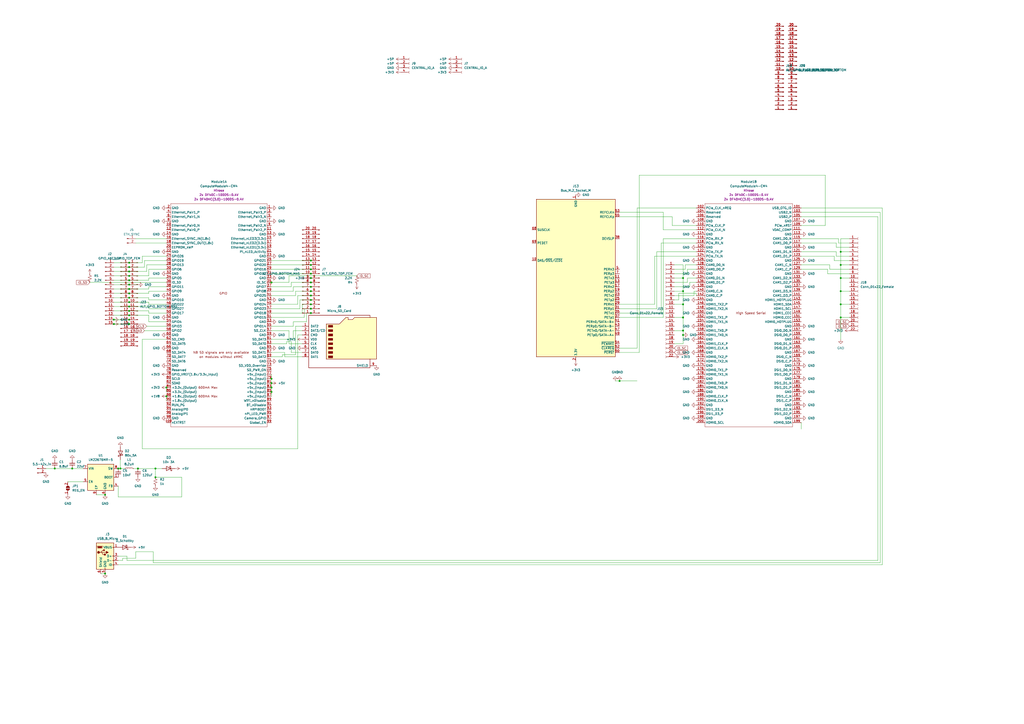
<source format=kicad_sch>
(kicad_sch (version 20210621) (generator eeschema)
  (paper "A2")
  (junction (at 31.75 271.78) (diameter 0.9144))
  (junction (at 41.91 271.78) (diameter 0.9144))
  (junction (at 60.96 287.02) (diameter 0.9144))
  (junction (at 60.96 332.74) (diameter 0.9144))
  (junction (at 66.04 185.42) (diameter 0.9144))
  (junction (at 66.04 187.96) (diameter 0.9144))
  (junction (at 68.58 271.78) (diameter 0.9144))
  (junction (at 69.85 271.78) (diameter 0.9144))
  (junction (at 74.93 152.4) (diameter 0.9144))
  (junction (at 74.93 154.94) (diameter 0.9144))
  (junction (at 74.93 157.48) (diameter 0.9144))
  (junction (at 74.93 160.02) (diameter 0.9144))
  (junction (at 74.93 162.56) (diameter 0.9144))
  (junction (at 74.93 165.1) (diameter 0.9144))
  (junction (at 74.93 167.64) (diameter 0.9144))
  (junction (at 74.93 170.18) (diameter 0.9144))
  (junction (at 74.93 172.72) (diameter 0.9144))
  (junction (at 74.93 175.26) (diameter 0.9144))
  (junction (at 74.93 177.8) (diameter 0.9144))
  (junction (at 74.93 180.34) (diameter 0.9144))
  (junction (at 74.93 182.88) (diameter 0.9144))
  (junction (at 74.93 185.42) (diameter 0.9144))
  (junction (at 74.93 187.96) (diameter 0.9144))
  (junction (at 80.01 271.78) (diameter 0.9144))
  (junction (at 90.17 271.78) (diameter 0.9144))
  (junction (at 90.17 276.86) (diameter 0.9144))
  (junction (at 96.52 224.79) (diameter 0.9144))
  (junction (at 96.52 229.87) (diameter 0.9144))
  (junction (at 157.48 163.83) (diameter 0.9144))
  (junction (at 157.48 219.71) (diameter 0.9144))
  (junction (at 157.48 222.25) (diameter 0.9144))
  (junction (at 157.48 224.79) (diameter 0.9144))
  (junction (at 157.48 227.33) (diameter 0.9144))
  (junction (at 180.34 151.13) (diameter 0.9144))
  (junction (at 180.34 153.67) (diameter 0.9144))
  (junction (at 180.34 156.21) (diameter 0.9144))
  (junction (at 180.34 158.75) (diameter 0.9144))
  (junction (at 180.34 161.29) (diameter 0.9144))
  (junction (at 180.34 163.83) (diameter 0.9144))
  (junction (at 180.34 166.37) (diameter 0.9144))
  (junction (at 180.34 168.91) (diameter 0.9144))
  (junction (at 180.34 171.45) (diameter 0.9144))
  (junction (at 180.34 173.99) (diameter 0.9144))
  (junction (at 180.34 176.53) (diameter 0.9144))
  (junction (at 180.34 179.07) (diameter 0.9144))
  (junction (at 180.34 181.61) (diameter 0.9144))
  (junction (at 359.41 220.98) (diameter 0.9144))
  (junction (at 396.24 161.29) (diameter 0.9144))
  (junction (at 396.24 168.91) (diameter 0.9144))
  (junction (at 396.24 176.53) (diameter 0.9144))
  (junction (at 396.24 184.15) (diameter 0.9144))
  (junction (at 396.24 191.77) (diameter 0.9144))
  (junction (at 396.24 194.31) (diameter 0.9144))
  (junction (at 487.68 146.05) (diameter 0.9144))
  (junction (at 487.68 153.67) (diameter 0.9144))
  (junction (at 487.68 161.29) (diameter 0.9144))
  (junction (at 487.68 168.91) (diameter 0.9144))
  (junction (at 487.68 176.53) (diameter 0.9144))
  (junction (at 487.68 184.15) (diameter 0.9144))
  (wire (pts (xy 26.67 271.78) (xy 31.75 271.78)))
  (wire (pts (xy 31.75 271.78) (xy 41.91 271.78)))
  (wire (pts (xy 39.37 279.4) (xy 48.26 279.4)))
  (wire (pts (xy 41.91 271.78) (xy 48.26 271.78)))
  (wire (pts (xy 52.07 163.83) (xy 96.52 163.83)))
  (wire (pts (xy 55.88 287.02) (xy 60.96 287.02)))
  (wire (pts (xy 58.42 332.74) (xy 60.96 332.74)))
  (wire (pts (xy 66.04 152.4) (xy 74.93 152.4)))
  (wire (pts (xy 66.04 154.94) (xy 74.93 154.94)))
  (wire (pts (xy 66.04 157.48) (xy 74.93 157.48)))
  (wire (pts (xy 66.04 160.02) (xy 74.93 160.02)))
  (wire (pts (xy 66.04 162.56) (xy 74.93 162.56)))
  (wire (pts (xy 66.04 165.1) (xy 74.93 165.1)))
  (wire (pts (xy 66.04 167.64) (xy 74.93 167.64)))
  (wire (pts (xy 66.04 170.18) (xy 74.93 170.18)))
  (wire (pts (xy 66.04 172.72) (xy 74.93 172.72)))
  (wire (pts (xy 66.04 175.26) (xy 74.93 175.26)))
  (wire (pts (xy 66.04 177.8) (xy 74.93 177.8)))
  (wire (pts (xy 66.04 180.34) (xy 74.93 180.34)))
  (wire (pts (xy 66.04 182.88) (xy 74.93 182.88)))
  (wire (pts (xy 66.04 185.42) (xy 74.93 185.42)))
  (wire (pts (xy 66.04 187.96) (xy 74.93 187.96)))
  (wire (pts (xy 68.58 271.78) (xy 69.85 271.78)))
  (wire (pts (xy 68.58 288.29) (xy 68.58 281.94)))
  (wire (pts (xy 68.58 327.66) (xy 511.81 327.66)))
  (wire (pts (xy 69.85 266.7) (xy 69.85 271.78)))
  (wire (pts (xy 69.85 271.78) (xy 72.39 271.78)))
  (wire (pts (xy 71.12 323.85) (xy 71.12 325.12)))
  (wire (pts (xy 71.12 325.12) (xy 68.58 325.12)))
  (wire (pts (xy 73.66 322.58) (xy 68.58 322.58)))
  (wire (pts (xy 73.66 325.12) (xy 73.66 322.58)))
  (wire (pts (xy 73.66 325.12) (xy 509.27 325.12)))
  (wire (pts (xy 74.93 152.4) (xy 82.55 152.4)))
  (wire (pts (xy 74.93 154.94) (xy 83.82 154.94)))
  (wire (pts (xy 74.93 157.48) (xy 85.09 157.48)))
  (wire (pts (xy 74.93 160.02) (xy 86.36 160.02)))
  (wire (pts (xy 74.93 162.56) (xy 86.36 162.56)))
  (wire (pts (xy 74.93 165.1) (xy 80.01 165.1)))
  (wire (pts (xy 74.93 167.64) (xy 86.36 167.64)))
  (wire (pts (xy 74.93 170.18) (xy 86.36 170.18)))
  (wire (pts (xy 74.93 172.72) (xy 86.36 172.72)))
  (wire (pts (xy 74.93 175.26) (xy 86.36 175.26)))
  (wire (pts (xy 74.93 177.8) (xy 86.36 177.8)))
  (wire (pts (xy 74.93 180.34) (xy 86.36 180.34)))
  (wire (pts (xy 74.93 182.88) (xy 86.36 182.88)))
  (wire (pts (xy 77.47 271.78) (xy 80.01 271.78)))
  (wire (pts (xy 78.74 138.43) (xy 96.52 138.43)))
  (wire (pts (xy 78.74 140.97) (xy 96.52 140.97)))
  (wire (pts (xy 78.74 320.04) (xy 78.74 323.85)))
  (wire (pts (xy 78.74 320.04) (xy 88.9 320.04)))
  (wire (pts (xy 78.74 323.85) (xy 71.12 323.85)))
  (wire (pts (xy 80.01 271.78) (xy 90.17 271.78)))
  (wire (pts (xy 82.55 148.59) (xy 96.52 148.59)))
  (wire (pts (xy 82.55 152.4) (xy 82.55 148.59)))
  (wire (pts (xy 82.55 196.85) (xy 82.55 260.35)))
  (wire (pts (xy 82.55 260.35) (xy 172.72 260.35)))
  (wire (pts (xy 83.82 151.13) (xy 96.52 151.13)))
  (wire (pts (xy 83.82 154.94) (xy 83.82 151.13)))
  (wire (pts (xy 83.82 191.77) (xy 96.52 191.77)))
  (wire (pts (xy 85.09 153.67) (xy 96.52 153.67)))
  (wire (pts (xy 85.09 157.48) (xy 85.09 153.67)))
  (wire (pts (xy 85.09 189.23) (xy 96.52 189.23)))
  (wire (pts (xy 86.36 156.21) (xy 96.52 156.21)))
  (wire (pts (xy 86.36 160.02) (xy 86.36 156.21)))
  (wire (pts (xy 86.36 161.29) (xy 96.52 161.29)))
  (wire (pts (xy 86.36 162.56) (xy 86.36 161.29)))
  (wire (pts (xy 86.36 166.37) (xy 96.52 166.37)))
  (wire (pts (xy 86.36 167.64) (xy 86.36 166.37)))
  (wire (pts (xy 86.36 168.91) (xy 96.52 168.91)))
  (wire (pts (xy 86.36 170.18) (xy 86.36 168.91)))
  (wire (pts (xy 86.36 172.72) (xy 86.36 173.99)))
  (wire (pts (xy 86.36 173.99) (xy 96.52 173.99)))
  (wire (pts (xy 86.36 175.26) (xy 86.36 176.53)))
  (wire (pts (xy 86.36 176.53) (xy 96.52 176.53)))
  (wire (pts (xy 86.36 177.8) (xy 86.36 179.07)))
  (wire (pts (xy 86.36 179.07) (xy 96.52 179.07)))
  (wire (pts (xy 86.36 180.34) (xy 86.36 181.61)))
  (wire (pts (xy 86.36 181.61) (xy 96.52 181.61)))
  (wire (pts (xy 86.36 182.88) (xy 86.36 186.69)))
  (wire (pts (xy 86.36 186.69) (xy 96.52 186.69)))
  (wire (pts (xy 88.9 326.39) (xy 88.9 320.04)))
  (wire (pts (xy 90.17 271.78) (xy 90.17 276.86)))
  (wire (pts (xy 90.17 271.78) (xy 93.98 271.78)))
  (wire (pts (xy 90.17 276.86) (xy 105.41 276.86)))
  (wire (pts (xy 96.52 196.85) (xy 82.55 196.85)))
  (wire (pts (xy 96.52 224.79) (xy 96.52 227.33)))
  (wire (pts (xy 96.52 229.87) (xy 96.52 232.41)))
  (wire (pts (xy 105.41 276.86) (xy 105.41 288.29)))
  (wire (pts (xy 105.41 288.29) (xy 68.58 288.29)))
  (wire (pts (xy 156.21 163.83) (xy 157.48 163.83)))
  (wire (pts (xy 157.48 151.13) (xy 180.34 151.13)))
  (wire (pts (xy 157.48 153.67) (xy 180.34 153.67)))
  (wire (pts (xy 157.48 156.21) (xy 180.34 156.21)))
  (wire (pts (xy 157.48 158.75) (xy 180.34 158.75)))
  (wire (pts (xy 157.48 163.83) (xy 167.64 163.83)))
  (wire (pts (xy 157.48 166.37) (xy 168.91 166.37)))
  (wire (pts (xy 157.48 168.91) (xy 170.18 168.91)))
  (wire (pts (xy 157.48 171.45) (xy 171.45 171.45)))
  (wire (pts (xy 157.48 176.53) (xy 172.72 176.53)))
  (wire (pts (xy 157.48 179.07) (xy 173.99 179.07)))
  (wire (pts (xy 157.48 181.61) (xy 175.26 181.61)))
  (wire (pts (xy 157.48 189.23) (xy 170.18 189.23)))
  (wire (pts (xy 157.48 191.77) (xy 167.64 191.77)))
  (wire (pts (xy 157.48 196.85) (xy 170.18 196.85)))
  (wire (pts (xy 157.48 199.39) (xy 166.37 199.39)))
  (wire (pts (xy 157.48 204.47) (xy 165.1 204.47)))
  (wire (pts (xy 157.48 207.01) (xy 163.83 207.01)))
  (wire (pts (xy 157.48 217.17) (xy 157.48 219.71)))
  (wire (pts (xy 157.48 219.71) (xy 157.48 222.25)))
  (wire (pts (xy 157.48 222.25) (xy 157.48 224.79)))
  (wire (pts (xy 157.48 224.79) (xy 157.48 227.33)))
  (wire (pts (xy 157.48 227.33) (xy 157.48 229.87)))
  (wire (pts (xy 163.83 205.74) (xy 171.45 205.74)))
  (wire (pts (xy 163.83 207.01) (xy 163.83 205.74)))
  (wire (pts (xy 165.1 204.47) (xy 165.1 207.01)))
  (wire (pts (xy 165.1 207.01) (xy 175.26 207.01)))
  (wire (pts (xy 166.37 198.12) (xy 168.91 198.12)))
  (wire (pts (xy 166.37 199.39) (xy 166.37 198.12)))
  (wire (pts (xy 167.64 160.02) (xy 207.01 160.02)))
  (wire (pts (xy 167.64 163.83) (xy 167.64 160.02)))
  (wire (pts (xy 167.64 191.77) (xy 167.64 199.39)))
  (wire (pts (xy 167.64 199.39) (xy 175.26 199.39)))
  (wire (pts (xy 168.91 163.83) (xy 180.34 163.83)))
  (wire (pts (xy 168.91 166.37) (xy 168.91 163.83)))
  (wire (pts (xy 168.91 198.12) (xy 168.91 204.47)))
  (wire (pts (xy 168.91 204.47) (xy 175.26 204.47)))
  (wire (pts (xy 170.18 166.37) (xy 180.34 166.37)))
  (wire (pts (xy 170.18 168.91) (xy 170.18 166.37)))
  (wire (pts (xy 170.18 186.69) (xy 177.8 186.69)))
  (wire (pts (xy 170.18 189.23) (xy 170.18 186.69)))
  (wire (pts (xy 170.18 191.77) (xy 175.26 191.77)))
  (wire (pts (xy 170.18 196.85) (xy 170.18 191.77)))
  (wire (pts (xy 171.45 168.91) (xy 171.45 171.45)))
  (wire (pts (xy 171.45 168.91) (xy 180.34 168.91)))
  (wire (pts (xy 171.45 189.23) (xy 175.26 189.23)))
  (wire (pts (xy 171.45 205.74) (xy 171.45 189.23)))
  (wire (pts (xy 172.72 171.45) (xy 180.34 171.45)))
  (wire (pts (xy 172.72 176.53) (xy 172.72 171.45)))
  (wire (pts (xy 172.72 194.31) (xy 175.26 194.31)))
  (wire (pts (xy 172.72 260.35) (xy 172.72 194.31)))
  (wire (pts (xy 173.99 173.99) (xy 180.34 173.99)))
  (wire (pts (xy 173.99 179.07) (xy 173.99 173.99)))
  (wire (pts (xy 175.26 176.53) (xy 180.34 176.53)))
  (wire (pts (xy 175.26 181.61) (xy 175.26 176.53)))
  (wire (pts (xy 176.53 179.07) (xy 176.53 184.15)))
  (wire (pts (xy 176.53 184.15) (xy 157.48 184.15)))
  (wire (pts (xy 177.8 181.61) (xy 180.34 181.61)))
  (wire (pts (xy 177.8 186.69) (xy 177.8 181.61)))
  (wire (pts (xy 180.34 179.07) (xy 176.53 179.07)))
  (wire (pts (xy 356.87 220.98) (xy 359.41 220.98)))
  (wire (pts (xy 359.41 125.73) (xy 389.89 125.73)))
  (wire (pts (xy 359.41 176.53) (xy 379.73 176.53)))
  (wire (pts (xy 359.41 179.07) (xy 381 179.07)))
  (wire (pts (xy 359.41 181.61) (xy 383.54 181.61)))
  (wire (pts (xy 359.41 184.15) (xy 384.81 184.15)))
  (wire (pts (xy 359.41 201.93) (xy 369.57 201.93)))
  (wire (pts (xy 359.41 204.47) (xy 370.84 204.47)))
  (wire (pts (xy 359.41 220.98) (xy 369.57 220.98)))
  (wire (pts (xy 369.57 120.65) (xy 403.86 120.65)))
  (wire (pts (xy 369.57 201.93) (xy 369.57 120.65)))
  (wire (pts (xy 370.84 101.6) (xy 478.79 101.6)))
  (wire (pts (xy 370.84 204.47) (xy 370.84 101.6)))
  (wire (pts (xy 379.73 148.59) (xy 403.86 148.59)))
  (wire (pts (xy 379.73 176.53) (xy 379.73 148.59)))
  (wire (pts (xy 381 146.05) (xy 403.86 146.05)))
  (wire (pts (xy 381 179.07) (xy 381 146.05)))
  (wire (pts (xy 383.54 140.97) (xy 403.86 140.97)))
  (wire (pts (xy 383.54 181.61) (xy 383.54 140.97)))
  (wire (pts (xy 384.81 123.19) (xy 359.41 123.19)))
  (wire (pts (xy 384.81 133.35) (xy 384.81 123.19)))
  (wire (pts (xy 384.81 138.43) (xy 403.86 138.43)))
  (wire (pts (xy 384.81 184.15) (xy 384.81 138.43)))
  (wire (pts (xy 389.89 125.73) (xy 389.89 130.81)))
  (wire (pts (xy 389.89 130.81) (xy 403.86 130.81)))
  (wire (pts (xy 391.16 153.67) (xy 396.24 153.67)))
  (wire (pts (xy 391.16 156.21) (xy 397.51 156.21)))
  (wire (pts (xy 391.16 158.75) (xy 398.78 158.75)))
  (wire (pts (xy 391.16 163.83) (xy 398.78 163.83)))
  (wire (pts (xy 391.16 166.37) (xy 400.05 166.37)))
  (wire (pts (xy 391.16 191.77) (xy 396.24 191.77)))
  (wire (pts (xy 393.7 170.18) (xy 393.7 173.99)))
  (wire (pts (xy 393.7 173.99) (xy 391.16 173.99)))
  (wire (pts (xy 396.24 153.67) (xy 396.24 161.29)))
  (wire (pts (xy 396.24 161.29) (xy 391.16 161.29)))
  (wire (pts (xy 396.24 161.29) (xy 396.24 168.91)))
  (wire (pts (xy 396.24 168.91) (xy 391.16 168.91)))
  (wire (pts (xy 396.24 168.91) (xy 396.24 176.53)))
  (wire (pts (xy 396.24 176.53) (xy 391.16 176.53)))
  (wire (pts (xy 396.24 176.53) (xy 396.24 184.15)))
  (wire (pts (xy 396.24 184.15) (xy 391.16 184.15)))
  (wire (pts (xy 396.24 184.15) (xy 396.24 191.77)))
  (wire (pts (xy 396.24 191.77) (xy 396.24 194.31)))
  (wire (pts (xy 396.24 194.31) (xy 396.24 199.39)))
  (wire (pts (xy 396.24 199.39) (xy 391.16 199.39)))
  (wire (pts (xy 397.51 153.67) (xy 403.86 153.67)))
  (wire (pts (xy 397.51 156.21) (xy 397.51 153.67)))
  (wire (pts (xy 398.78 156.21) (xy 403.86 156.21)))
  (wire (pts (xy 398.78 158.75) (xy 398.78 156.21)))
  (wire (pts (xy 398.78 161.29) (xy 403.86 161.29)))
  (wire (pts (xy 398.78 163.83) (xy 398.78 161.29)))
  (wire (pts (xy 400.05 163.83) (xy 403.86 163.83)))
  (wire (pts (xy 400.05 166.37) (xy 400.05 163.83)))
  (wire (pts (xy 402.59 168.91) (xy 402.59 171.45)))
  (wire (pts (xy 402.59 168.91) (xy 403.86 168.91)))
  (wire (pts (xy 402.59 171.45) (xy 391.16 171.45)))
  (wire (pts (xy 403.86 133.35) (xy 384.81 133.35)))
  (wire (pts (xy 403.86 170.18) (xy 393.7 170.18)))
  (wire (pts (xy 403.86 171.45) (xy 403.86 170.18)))
  (wire (pts (xy 464.82 120.65) (xy 511.81 120.65)))
  (wire (pts (xy 464.82 123.19) (xy 510.54 123.19)))
  (wire (pts (xy 464.82 153.67) (xy 481.33 153.67)))
  (wire (pts (xy 464.82 245.11) (xy 464.82 248.92)))
  (wire (pts (xy 478.79 101.6) (xy 478.79 130.81)))
  (wire (pts (xy 478.79 130.81) (xy 464.82 130.81)))
  (wire (pts (xy 480.06 156.21) (xy 464.82 156.21)))
  (wire (pts (xy 480.06 158.75) (xy 480.06 156.21)))
  (wire (pts (xy 481.33 153.67) (xy 481.33 156.21)))
  (wire (pts (xy 481.33 156.21) (xy 492.76 156.21)))
  (wire (pts (xy 483.87 148.59) (xy 464.82 148.59)))
  (wire (pts (xy 483.87 151.13) (xy 483.87 148.59)))
  (wire (pts (xy 485.14 140.97) (xy 464.82 140.97)))
  (wire (pts (xy 485.14 143.51) (xy 485.14 140.97)))
  (wire (pts (xy 485.14 146.05) (xy 464.82 146.05)))
  (wire (pts (xy 485.14 148.59) (xy 485.14 146.05)))
  (wire (pts (xy 486.41 138.43) (xy 464.82 138.43)))
  (wire (pts (xy 486.41 140.97) (xy 486.41 138.43)))
  (wire (pts (xy 487.68 138.43) (xy 487.68 146.05)))
  (wire (pts (xy 487.68 146.05) (xy 487.68 153.67)))
  (wire (pts (xy 487.68 146.05) (xy 492.76 146.05)))
  (wire (pts (xy 487.68 153.67) (xy 487.68 161.29)))
  (wire (pts (xy 487.68 153.67) (xy 492.76 153.67)))
  (wire (pts (xy 487.68 161.29) (xy 487.68 168.91)))
  (wire (pts (xy 487.68 161.29) (xy 492.76 161.29)))
  (wire (pts (xy 487.68 168.91) (xy 487.68 176.53)))
  (wire (pts (xy 487.68 168.91) (xy 492.76 168.91)))
  (wire (pts (xy 487.68 176.53) (xy 487.68 184.15)))
  (wire (pts (xy 487.68 184.15) (xy 487.68 196.85)))
  (wire (pts (xy 487.68 184.15) (xy 492.76 184.15)))
  (wire (pts (xy 492.76 138.43) (xy 487.68 138.43)))
  (wire (pts (xy 492.76 140.97) (xy 486.41 140.97)))
  (wire (pts (xy 492.76 143.51) (xy 485.14 143.51)))
  (wire (pts (xy 492.76 148.59) (xy 485.14 148.59)))
  (wire (pts (xy 492.76 151.13) (xy 483.87 151.13)))
  (wire (pts (xy 492.76 158.75) (xy 480.06 158.75)))
  (wire (pts (xy 492.76 176.53) (xy 487.68 176.53)))
  (wire (pts (xy 509.27 125.73) (xy 464.82 125.73)))
  (wire (pts (xy 509.27 325.12) (xy 509.27 125.73)))
  (wire (pts (xy 510.54 123.19) (xy 510.54 326.39)))
  (wire (pts (xy 510.54 326.39) (xy 88.9 326.39)))
  (wire (pts (xy 511.81 120.65) (xy 511.81 327.66)))
  (global_label "ID_SD" (shape input) (at 52.07 163.83 180) (property "Intersheet References" "${INTERSHEET_REFS}" (effects hide)))
  (global_label "SDA3" (shape input) (at 83.82 191.77 180) (property "Intersheet References" "${INTERSHEET_REFS}" (effects hide)))
  (global_label "SCL3" (shape input) (at 85.09 189.23 180) (property "Intersheet References" "${INTERSHEET_REFS}" (effects hide)))
  (global_label "ID_SC" (shape input) (at 207.01 160.02 0) (property "Intersheet References" "${INTERSHEET_REFS}" (effects hide)))
  (global_label "ID_SC" (shape input) (at 391.16 201.93 0) (property "Intersheet References" "${INTERSHEET_REFS}" (effects hide)))
  (global_label "ID_SD" (shape input) (at 391.16 204.47 0) (property "Intersheet References" "${INTERSHEET_REFS}" (effects hide)))
  (global_label "ID_SC" (shape input) (at 492.76 186.69 180) (property "Intersheet References" "${INTERSHEET_REFS}" (effects hide)))
  (global_label "ID_SD" (shape input) (at 492.76 189.23 180) (property "Intersheet References" "${INTERSHEET_REFS}" (effects hide)))
  (symbol (lib_id "power:+3.3V") (at 52.07 158.75 0) (unit 1)
    (property "Reference" "#PWR04" (effects hide))
    (property "Value" "+3.3V" (at 52.07 153.67 0))
  )
  (symbol (lib_id "power:+1V8") (at 66.04 187.96 270) (unit 1)
    (property "Reference" "#PWR010" (effects hide))
    (property "Value" "+1V8" (at 69.85 187.9599 90) (effects (justify left)))
  )
  (symbol (lib_id "power:+5V") (at 76.2 317.5 270) (unit 1)
    (property "Reference" "#PWR013" (effects hide))
    (property "Value" "+5V" (at 80.01 317.4999 90) (effects (justify left)))
  )
  (symbol (lib_id "power:+3.3V") (at 96.52 217.17 90) (unit 1)
    (property "Reference" "#PWR027" (effects hide))
    (property "Value" "+3.3V" (at 92.71 217.1699 90) (effects (justify left)))
  )
  (symbol (lib_id "power:+3.3V") (at 96.52 224.79 90) (unit 1)
    (property "Reference" "#PWR028" (effects hide))
    (property "Value" "+3.3V" (at 92.71 224.7899 90) (effects (justify left)))
  )
  (symbol (lib_id "power:+1V8") (at 96.52 229.87 90) (unit 1)
    (property "Reference" "#PWR029" (effects hide))
    (property "Value" "+1V8" (at 92.71 229.8699 90) (effects (justify left)))
  )
  (symbol (lib_id "power:+5V") (at 101.6 271.78 270) (unit 1)
    (property "Reference" "#PWR031" (effects hide))
    (property "Value" "+5V" (at 105.41 271.7799 90) (effects (justify left)))
  )
  (symbol (lib_id "power:+5V") (at 157.48 222.25 270) (unit 1)
    (property "Reference" "#PWR042" (effects hide))
    (property "Value" "+5V" (at 161.29 222.2499 90) (effects (justify left)))
  )
  (symbol (lib_id "power:+3.3V") (at 175.26 196.85 90) (unit 1)
    (property "Reference" "#PWR043" (effects hide))
    (property "Value" "+3.3V" (at 171.45 196.8499 90) (effects (justify left)))
  )
  (symbol (lib_id "power:+3.3V") (at 180.34 161.29 90) (unit 1)
    (property "Reference" "#PWR045" (effects hide))
    (property "Value" "+3.3V" (at 176.53 161.2899 90) (effects (justify left)))
  )
  (symbol (lib_id "power:+3.3V") (at 207.01 165.1 180) (unit 1)
    (property "Reference" "#PWR046" (effects hide))
    (property "Value" "+3.3V" (at 207.01 170.18 0))
  )
  (symbol (lib_id "power:+5P") (at 232.41 34.29 90) (unit 1)
    (property "Reference" "#PWR?" (effects hide))
    (property "Value" "+5P" (at 228.6 34.2899 90) (effects (justify left)))
  )
  (symbol (lib_id "power:+5P") (at 232.41 36.83 90) (unit 1)
    (property "Reference" "#PWR048" (effects hide))
    (property "Value" "+5P" (at 228.6 36.8299 90) (effects (justify left)))
  )
  (symbol (lib_id "power:+3.3V") (at 232.41 41.91 90) (unit 1)
    (property "Reference" "#PWR?" (effects hide))
    (property "Value" "+3.3V" (at 228.6 41.9099 90) (effects (justify left)))
  )
  (symbol (lib_id "power:+5P") (at 262.89 34.29 90) (unit 1)
    (property "Reference" "#PWR?" (effects hide))
    (property "Value" "+5P" (at 259.08 34.2899 90) (effects (justify left)))
  )
  (symbol (lib_id "power:+5P") (at 262.89 36.83 90) (unit 1)
    (property "Reference" "#PWR?" (effects hide))
    (property "Value" "+5P" (at 259.08 36.8299 90) (effects (justify left)))
  )
  (symbol (lib_id "power:+3.3V") (at 262.89 41.91 90) (unit 1)
    (property "Reference" "#PWR?" (effects hide))
    (property "Value" "+3.3V" (at 259.08 41.9099 90) (effects (justify left)))
  )
  (symbol (lib_id "power:+3.3V") (at 334.01 209.55 180) (unit 1)
    (property "Reference" "#PWR059" (effects hide))
    (property "Value" "+3.3V" (at 334.01 214.63 0))
  )
  (symbol (lib_id "power:+3.3V") (at 391.16 207.01 270) (mirror x) (unit 1)
    (property "Reference" "#PWR064" (effects hide))
    (property "Value" "+3.3V" (at 394.97 207.0099 90) (effects (justify left)))
  )
  (symbol (lib_id "power:+3.3V") (at 492.76 191.77 90) (unit 1)
    (property "Reference" "#PWR097" (effects hide))
    (property "Value" "+3.3V" (at 488.95 191.7699 90) (effects (justify left)))
  )
  (symbol (lib_id "Device:L_Small") (at 74.93 271.78 90) (unit 1)
    (property "Reference" "L1" (at 74.93 266.7 90))
    (property "Value" "8.2uH" (at 74.93 269.24 90))
    (property "Footprint" "Inductor_SMD:L_0805_2012Metric" (effects hide))
  )
  (symbol (lib_id "power:GND") (at 26.67 274.32 0) (unit 1)
    (property "Reference" "#PWR0101" (effects hide))
    (property "Value" "GND" (at 26.67 279.4 0))
  )
  (symbol (lib_id "power:GND") (at 31.75 266.7 180) (unit 1)
    (property "Reference" "#PWR02" (effects hide))
    (property "Value" "GND" (at 31.75 261.62 0))
  )
  (symbol (lib_id "power:GND") (at 39.37 287.02 0) (unit 1)
    (property "Reference" "#PWR03" (effects hide))
    (property "Value" "GND" (at 39.37 292.1 0))
  )
  (symbol (lib_id "power:GND") (at 41.91 266.7 180) (unit 1)
    (property "Reference" "#PWR05" (effects hide))
    (property "Value" "GND" (at 41.91 261.62 0))
  )
  (symbol (lib_id "power:GND") (at 60.96 287.02 0) (unit 1)
    (property "Reference" "#PWR06" (effects hide))
    (property "Value" "GND" (at 60.96 292.1 0))
  )
  (symbol (lib_id "power:GND") (at 60.96 332.74 0) (unit 1)
    (property "Reference" "#PWR08" (effects hide))
    (property "Value" "GND" (at 60.96 337.82 0))
  )
  (symbol (lib_id "power:GND") (at 66.04 185.42 90) (unit 1)
    (property "Reference" "#PWR09" (effects hide))
    (property "Value" "GND" (at 69.85 185.4199 90) (effects (justify right)))
  )
  (symbol (lib_id "power:GND") (at 69.85 259.08 180) (unit 1)
    (property "Reference" "#PWR07" (effects hide))
    (property "Value" "GND" (at 69.85 254 0))
  )
  (symbol (lib_id "power:GND") (at 80.01 165.1 90) (unit 1)
    (property "Reference" "#PWR016" (effects hide))
    (property "Value" "GND" (at 83.82 165.0999 90) (effects (justify right)))
  )
  (symbol (lib_id "power:GND") (at 80.01 276.86 0) (unit 1)
    (property "Reference" "#PWR011" (effects hide))
    (property "Value" "GND" (at 80.01 281.94 0))
  )
  (symbol (lib_id "power:GND") (at 90.17 281.94 0) (unit 1)
    (property "Reference" "#PWR012" (effects hide))
    (property "Value" "GND" (at 90.17 287.02 0))
  )
  (symbol (lib_id "power:GND") (at 96.52 120.65 270) (unit 1)
    (property "Reference" "#PWR017" (effects hide))
    (property "Value" "GND" (at 92.71 120.6499 90) (effects (justify right)))
  )
  (symbol (lib_id "power:GND") (at 96.52 128.27 270) (unit 1)
    (property "Reference" "#PWR018" (effects hide))
    (property "Value" "GND" (at 92.71 128.2699 90) (effects (justify right)))
  )
  (symbol (lib_id "power:GND") (at 96.52 135.89 270) (unit 1)
    (property "Reference" "#PWR019" (effects hide))
    (property "Value" "GND" (at 92.71 135.8899 90) (effects (justify right)))
  )
  (symbol (lib_id "power:GND") (at 96.52 146.05 270) (unit 1)
    (property "Reference" "#PWR020" (effects hide))
    (property "Value" "GND" (at 92.71 146.0499 90) (effects (justify right)))
  )
  (symbol (lib_id "power:GND") (at 96.52 158.75 270) (unit 1)
    (property "Reference" "#PWR021" (effects hide))
    (property "Value" "GND" (at 92.71 158.7499 90) (effects (justify right)))
  )
  (symbol (lib_id "power:GND") (at 96.52 171.45 270) (unit 1)
    (property "Reference" "#PWR022" (effects hide))
    (property "Value" "GND" (at 92.71 171.4499 90) (effects (justify right)))
  )
  (symbol (lib_id "power:GND") (at 96.52 184.15 270) (unit 1)
    (property "Reference" "#PWR023" (effects hide))
    (property "Value" "GND" (at 92.71 184.1499 90) (effects (justify right)))
  )
  (symbol (lib_id "power:GND") (at 96.52 194.31 270) (unit 1)
    (property "Reference" "#PWR024" (effects hide))
    (property "Value" "GND" (at 92.71 194.3099 90) (effects (justify right)))
  )
  (symbol (lib_id "power:GND") (at 96.52 201.93 270) (unit 1)
    (property "Reference" "#PWR025" (effects hide))
    (property "Value" "GND" (at 92.71 201.9299 90) (effects (justify right)))
  )
  (symbol (lib_id "power:GND") (at 96.52 212.09 270) (unit 1)
    (property "Reference" "#PWR026" (effects hide))
    (property "Value" "GND" (at 92.71 212.0899 90) (effects (justify right)))
  )
  (symbol (lib_id "power:GND") (at 96.52 242.57 270) (unit 1)
    (property "Reference" "#PWR030" (effects hide))
    (property "Value" "GND" (at 92.71 242.5699 90) (effects (justify right)))
  )
  (symbol (lib_id "power:GND") (at 157.48 120.65 90) (unit 1)
    (property "Reference" "#PWR032" (effects hide))
    (property "Value" "GND" (at 161.29 120.6499 90) (effects (justify right)))
  )
  (symbol (lib_id "power:GND") (at 157.48 128.27 90) (unit 1)
    (property "Reference" "#PWR033" (effects hide))
    (property "Value" "GND" (at 161.29 128.2699 90) (effects (justify right)))
  )
  (symbol (lib_id "power:GND") (at 157.48 135.89 90) (unit 1)
    (property "Reference" "#PWR034" (effects hide))
    (property "Value" "GND" (at 161.29 135.8899 90) (effects (justify right)))
  )
  (symbol (lib_id "power:GND") (at 157.48 148.59 90) (unit 1)
    (property "Reference" "#PWR035" (effects hide))
    (property "Value" "GND" (at 161.29 148.5899 90) (effects (justify right)))
  )
  (symbol (lib_id "power:GND") (at 157.48 161.29 90) (unit 1)
    (property "Reference" "#PWR036" (effects hide))
    (property "Value" "GND" (at 161.29 161.2899 90) (effects (justify right)))
  )
  (symbol (lib_id "power:GND") (at 157.48 173.99 90) (unit 1)
    (property "Reference" "#PWR037" (effects hide))
    (property "Value" "GND" (at 161.29 173.9899 90) (effects (justify right)))
  )
  (symbol (lib_id "power:GND") (at 157.48 186.69 90) (unit 1)
    (property "Reference" "#PWR038" (effects hide))
    (property "Value" "GND" (at 161.29 186.6899 90) (effects (justify right)))
  )
  (symbol (lib_id "power:GND") (at 157.48 194.31 90) (unit 1)
    (property "Reference" "#PWR039" (effects hide))
    (property "Value" "GND" (at 161.29 194.3099 90) (effects (justify right)))
  )
  (symbol (lib_id "power:GND") (at 157.48 201.93 90) (unit 1)
    (property "Reference" "#PWR040" (effects hide))
    (property "Value" "GND" (at 161.29 201.9299 90) (effects (justify right)))
  )
  (symbol (lib_id "power:GND") (at 157.48 209.55 90) (unit 1)
    (property "Reference" "#PWR041" (effects hide))
    (property "Value" "GND" (at 161.29 209.5499 90) (effects (justify right)))
  )
  (symbol (lib_id "power:GND") (at 175.26 201.93 270) (unit 1)
    (property "Reference" "#PWR044" (effects hide))
    (property "Value" "GND" (at 171.45 201.9299 90) (effects (justify right)))
  )
  (symbol (lib_id "power:GND") (at 218.44 212.09 0) (unit 1)
    (property "Reference" "#PWR047" (effects hide))
    (property "Value" "GND" (at 218.44 217.17 0))
  )
  (symbol (lib_id "power:GND") (at 232.41 39.37 270) (unit 1)
    (property "Reference" "#PWR049" (effects hide))
    (property "Value" "GND" (at 228.6 39.3699 90) (effects (justify right)))
  )
  (symbol (lib_id "power:GND") (at 262.89 39.37 270) (unit 1)
    (property "Reference" "#PWR?" (effects hide))
    (property "Value" "GND" (at 259.08 39.3699 90) (effects (justify right)))
  )
  (symbol (lib_id "power:GND") (at 334.01 113.03 90) (unit 1)
    (property "Reference" "#PWR058" (effects hide))
    (property "Value" "GND" (at 337.82 113.0299 90) (effects (justify right)))
  )
  (symbol (lib_id "power:GND") (at 356.87 220.98 180) (unit 1)
    (property "Reference" "#PWR061" (effects hide))
    (property "Value" "GND" (at 356.87 215.9 0))
  )
  (symbol (lib_id "power:GND") (at 359.41 220.98 180) (unit 1)
    (property "Reference" "#PWR062" (effects hide))
    (property "Value" "GND" (at 359.41 215.9 0))
  )
  (symbol (lib_id "power:GND") (at 396.24 194.31 90) (mirror x) (unit 1)
    (property "Reference" "#PWR065" (effects hide))
    (property "Value" "GND" (at 400.05 194.3099 90) (effects (justify right)))
  )
  (symbol (lib_id "power:GND") (at 403.86 128.27 270) (unit 1)
    (property "Reference" "#PWR066" (effects hide))
    (property "Value" "GND" (at 400.05 128.2699 90) (effects (justify right)))
  )
  (symbol (lib_id "power:GND") (at 403.86 135.89 270) (unit 1)
    (property "Reference" "#PWR067" (effects hide))
    (property "Value" "GND" (at 400.05 135.8899 90) (effects (justify right)))
  )
  (symbol (lib_id "power:GND") (at 403.86 143.51 270) (unit 1)
    (property "Reference" "#PWR068" (effects hide))
    (property "Value" "GND" (at 400.05 143.5099 90) (effects (justify right)))
  )
  (symbol (lib_id "power:GND") (at 403.86 151.13 270) (unit 1)
    (property "Reference" "#PWR069" (effects hide))
    (property "Value" "GND" (at 400.05 151.1299 90) (effects (justify right)))
  )
  (symbol (lib_id "power:GND") (at 403.86 158.75 270) (unit 1)
    (property "Reference" "#PWR070" (effects hide))
    (property "Value" "GND" (at 400.05 158.7499 90) (effects (justify right)))
  )
  (symbol (lib_id "power:GND") (at 403.86 166.37 270) (unit 1)
    (property "Reference" "#PWR071" (effects hide))
    (property "Value" "GND" (at 400.05 166.3699 90) (effects (justify right)))
  )
  (symbol (lib_id "power:GND") (at 403.86 173.99 270) (unit 1)
    (property "Reference" "#PWR072" (effects hide))
    (property "Value" "GND" (at 400.05 173.9899 90) (effects (justify right)))
  )
  (symbol (lib_id "power:GND") (at 403.86 181.61 270) (unit 1)
    (property "Reference" "#PWR073" (effects hide))
    (property "Value" "GND" (at 400.05 181.6099 90) (effects (justify right)))
  )
  (symbol (lib_id "power:GND") (at 403.86 189.23 270) (unit 1)
    (property "Reference" "#PWR074" (effects hide))
    (property "Value" "GND" (at 400.05 189.2299 90) (effects (justify right)))
  )
  (symbol (lib_id "power:GND") (at 403.86 196.85 270) (unit 1)
    (property "Reference" "#PWR075" (effects hide))
    (property "Value" "GND" (at 400.05 196.8499 90) (effects (justify right)))
  )
  (symbol (lib_id "power:GND") (at 403.86 204.47 270) (unit 1)
    (property "Reference" "#PWR076" (effects hide))
    (property "Value" "GND" (at 400.05 204.4699 90) (effects (justify right)))
  )
  (symbol (lib_id "power:GND") (at 403.86 212.09 270) (unit 1)
    (property "Reference" "#PWR077" (effects hide))
    (property "Value" "GND" (at 400.05 212.0899 90) (effects (justify right)))
  )
  (symbol (lib_id "power:GND") (at 403.86 219.71 270) (unit 1)
    (property "Reference" "#PWR078" (effects hide))
    (property "Value" "GND" (at 400.05 219.7099 90) (effects (justify right)))
  )
  (symbol (lib_id "power:GND") (at 403.86 227.33 270) (unit 1)
    (property "Reference" "#PWR079" (effects hide))
    (property "Value" "GND" (at 400.05 227.3299 90) (effects (justify right)))
  )
  (symbol (lib_id "power:GND") (at 403.86 234.95 270) (unit 1)
    (property "Reference" "#PWR080" (effects hide))
    (property "Value" "GND" (at 400.05 234.9499 90) (effects (justify right)))
  )
  (symbol (lib_id "power:GND") (at 403.86 242.57 270) (unit 1)
    (property "Reference" "#PWR081" (effects hide))
    (property "Value" "GND" (at 400.05 242.5699 90) (effects (justify right)))
  )
  (symbol (lib_id "power:GND") (at 464.82 128.27 90) (unit 1)
    (property "Reference" "#PWR082" (effects hide))
    (property "Value" "GND" (at 468.63 128.2699 90) (effects (justify right)))
  )
  (symbol (lib_id "power:GND") (at 464.82 135.89 90) (unit 1)
    (property "Reference" "#PWR083" (effects hide))
    (property "Value" "GND" (at 468.63 135.8899 90) (effects (justify right)))
  )
  (symbol (lib_id "power:GND") (at 464.82 143.51 90) (unit 1)
    (property "Reference" "#PWR084" (effects hide))
    (property "Value" "GND" (at 468.63 143.5099 90) (effects (justify right)))
  )
  (symbol (lib_id "power:GND") (at 464.82 151.13 90) (unit 1)
    (property "Reference" "#PWR085" (effects hide))
    (property "Value" "GND" (at 468.63 151.1299 90) (effects (justify right)))
  )
  (symbol (lib_id "power:GND") (at 464.82 158.75 90) (unit 1)
    (property "Reference" "#PWR086" (effects hide))
    (property "Value" "GND" (at 468.63 158.7499 90) (effects (justify right)))
  )
  (symbol (lib_id "power:GND") (at 464.82 166.37 90) (unit 1)
    (property "Reference" "#PWR087" (effects hide))
    (property "Value" "GND" (at 468.63 166.3699 90) (effects (justify right)))
  )
  (symbol (lib_id "power:GND") (at 464.82 189.23 90) (unit 1)
    (property "Reference" "#PWR088" (effects hide))
    (property "Value" "GND" (at 468.63 189.2299 90) (effects (justify right)))
  )
  (symbol (lib_id "power:GND") (at 464.82 196.85 90) (unit 1)
    (property "Reference" "#PWR089" (effects hide))
    (property "Value" "GND" (at 468.63 196.8499 90) (effects (justify right)))
  )
  (symbol (lib_id "power:GND") (at 464.82 204.47 90) (unit 1)
    (property "Reference" "#PWR090" (effects hide))
    (property "Value" "GND" (at 468.63 204.4699 90) (effects (justify right)))
  )
  (symbol (lib_id "power:GND") (at 464.82 212.09 90) (unit 1)
    (property "Reference" "#PWR091" (effects hide))
    (property "Value" "GND" (at 468.63 212.0899 90) (effects (justify right)))
  )
  (symbol (lib_id "power:GND") (at 464.82 219.71 90) (unit 1)
    (property "Reference" "#PWR092" (effects hide))
    (property "Value" "GND" (at 468.63 219.7099 90) (effects (justify right)))
  )
  (symbol (lib_id "power:GND") (at 464.82 227.33 90) (unit 1)
    (property "Reference" "#PWR093" (effects hide))
    (property "Value" "GND" (at 468.63 227.3299 90) (effects (justify right)))
  )
  (symbol (lib_id "power:GND") (at 464.82 234.95 90) (unit 1)
    (property "Reference" "#PWR094" (effects hide))
    (property "Value" "GND" (at 468.63 234.9499 90) (effects (justify right)))
  )
  (symbol (lib_id "power:GND") (at 464.82 242.57 90) (unit 1)
    (property "Reference" "#PWR095" (effects hide))
    (property "Value" "GND" (at 468.63 242.5699 90) (effects (justify right)))
  )
  (symbol (lib_id "power:GND") (at 487.68 196.85 0) (unit 1)
    (property "Reference" "#PWR096" (effects hide))
    (property "Value" "GND" (at 487.68 201.93 0))
  )
  (symbol (lib_id "Device:R_Small_US") (at 52.07 161.29 0) (unit 1)
    (property "Reference" "R1" (at 54.61 160.0199 0) (effects (justify left)))
    (property "Value" "2.2K" (at 54.61 162.5599 0) (effects (justify left)))
    (property "Footprint" "Resistor_SMD:R_0805_2012Metric" (effects hide))
  )
  (symbol (lib_id "Device:R_Small_US") (at 90.17 279.4 0) (unit 1)
    (property "Reference" "R2" (at 92.71 278.1299 0) (effects (justify left)))
    (property "Value" "1k" (at 92.71 280.6699 0) (effects (justify left)))
    (property "Footprint" "Inductor_SMD:L_0805_2012Metric" (effects hide))
  )
  (symbol (lib_id "Device:R_Small_US") (at 207.01 162.56 180) (unit 1)
    (property "Reference" "R4" (at 204.47 163.8301 0) (effects (justify left)))
    (property "Value" "2.2K" (at 204.47 161.2901 0) (effects (justify left)))
    (property "Footprint" "Resistor_SMD:R_0805_2012Metric" (effects hide))
  )
  (symbol (lib_id "Jumper:SolderJumper_2_Open") (at 39.37 283.21 90) (unit 1)
    (property "Reference" "JP1" (at 41.91 281.9399 90) (effects (justify right)))
    (property "Value" "REG_EN" (at 41.91 284.4799 90) (effects (justify right)))
    (property "Footprint" "TestPoint:TestPoint_Bridge_Pitch2.54mm_Drill0.7mm" (effects hide))
  )
  (symbol (lib_id "Connector:Conn_01x02_Male") (at 21.59 271.78 0) (unit 1)
    (property "Reference" "J1" (at 24.2824 266.7 0))
    (property "Value" "5.5-42v_in" (at 24.2824 269.24 0))
    (property "Footprint" "Connector_PinHeader_2.54mm:PinHeader_1x02_P2.54mm_Horizontal" (effects hide))
  )
  (symbol (lib_id "Connector:Conn_01x02_Male") (at 73.66 138.43 0) (unit 1)
    (property "Reference" "J5" (at 76.3524 133.35 0))
    (property "Value" "ETH_SYNC" (at 76.3524 135.89 0))
    (property "Footprint" "Connector_PinHeader_2.54mm:PinHeader_1x02_P2.54mm_Vertical" (effects hide))
  )
  (symbol (lib_id "Device:C_Small") (at 31.75 269.24 180) (unit 1)
    (property "Reference" "C1" (at 34.29 267.9699 0) (effects (justify right)))
    (property "Value" "6.8uF" (at 34.29 270.5099 0) (effects (justify right)))
    (property "Footprint" "Capacitor_SMD:C_0805_2012Metric" (effects hide))
  )
  (symbol (lib_id "Device:C_Small") (at 41.91 269.24 180) (unit 1)
    (property "Reference" "C2" (at 44.45 267.9699 0) (effects (justify right)))
    (property "Value" "22uF" (at 44.45 270.5099 0) (effects (justify right)))
    (property "Footprint" "Capacitor_SMD:C_0805_2012Metric" (effects hide))
  )
  (symbol (lib_id "Device:C_Small") (at 68.58 274.32 180) (unit 1)
    (property "Reference" "C5" (at 71.12 273.0499 0) (effects (justify right)))
    (property "Value" "10nF" (at 71.12 275.5899 0) (effects (justify right)))
    (property "Footprint" "Capacitor_SMD:C_0805_2012Metric" (effects hide))
  )
  (symbol (lib_id "Device:C_Small") (at 80.01 274.32 180) (unit 1)
    (property "Reference" "C6" (at 82.55 273.0499 0) (effects (justify right)))
    (property "Value" "120uF" (at 82.55 275.5899 0) (effects (justify right)))
    (property "Footprint" "Capacitor_SMD:C_0805_2012Metric" (effects hide))
  )
  (symbol (lib_id "Device:D_Schottky") (at 69.85 262.89 90) (unit 1)
    (property "Reference" "D2" (at 72.39 261.6199 90) (effects (justify right)))
    (property "Value" "80v_5A" (at 72.39 264.1599 90) (effects (justify right)))
    (property "Footprint" "Diode_SMD:D_0805_2012Metric" (effects hide))
  )
  (symbol (lib_id "Device:D_Schottky") (at 72.39 317.5 180) (unit 1)
    (property "Reference" "D1" (at 72.39 311.15 0))
    (property "Value" "D_Schottky" (at 72.39 313.69 0))
    (property "Footprint" "Diode_SMD:D_0805_2012Metric" (effects hide))
  )
  (symbol (lib_id "Device:D_Schottky") (at 97.79 271.78 180) (unit 1)
    (property "Reference" "D3" (at 97.79 265.43 0))
    (property "Value" "10v 3A" (at 97.79 267.97 0))
    (property "Footprint" "Diode_SMD:D_0805_2012Metric" (effects hide))
  )
  (symbol (lib_id "Connector:Conn_01x04_Female") (at 237.49 36.83 0) (unit 1)
    (property "Reference" "J9" (at 238.76 36.8299 0) (effects (justify left)))
    (property "Value" "CENTRAL_IO_A" (at 238.76 39.3699 0) (effects (justify left)))
    (property "Footprint" "Connector_PinHeader_2.54mm:PinHeader_1x04_P2.54mm_Vertical" (effects hide))
  )
  (symbol (lib_id "Connector:Conn_01x04_Female") (at 267.97 36.83 0) (unit 1)
    (property "Reference" "J?" (at 269.24 36.8299 0) (effects (justify left)))
    (property "Value" "CENTRAL_IO_A" (at 269.24 39.3699 0) (effects (justify left)))
    (property "Footprint" "Connector_PinHeader_2.54mm:PinHeader_1x04_P2.54mm_Vertical" (effects hide))
  )
  (symbol (lib_id "Connector:Conn_01x15_Male") (at 60.96 170.18 0) (unit 1)
    (property "Reference" "J2" (at 63.6524 147.32 0))
    (property "Value" "GPIO_ALT_AUX" (at 63.6524 149.86 0))
    (property "Footprint" "Connector_PinHeader_2.54mm:PinHeader_1x15_P2.54mm_Vertical" (effects hide))
  )
  (symbol (lib_id "Connector:USB_B_Micro") (at 60.96 322.58 0) (unit 1)
    (property "Reference" "J3" (at 62.357 309.88 0))
    (property "Value" "USB_B_Micro" (at 62.357 312.42 0))
    (property "Footprint" "Connector_USB:USB_Micro-B_Molex-105017-0001" (effects hide))
  )
  (symbol (lib_id "Connector:Conn_01x20_Male") (at 69.85 175.26 0) (unit 1)
    (property "Reference" "J4" (at 72.5424 147.32 0))
    (property "Value" "ALT_GPIO_TOP_FEM" (at 72.5424 149.86 0))
    (property "Footprint" "LibsCustom:10132797-021100LF" (effects hide))
  )
  (symbol (lib_id "Connector:Conn_01x20_Male") (at 80.01 175.26 0) (mirror y) (unit 1)
    (property "Reference" "J23" (at 81.28 175.2599 0) (effects (justify right)))
    (property "Value" "ALT_GPIO_BOTTOM_MAS" (at 81.28 177.7999 0) (effects (justify right)))
    (property "Footprint" "LibsCustom:10132798-022100LF" (effects hide))
  )
  (symbol (lib_id "Connector:Conn_01x20_Male") (at 175.26 158.75 0) (mirror x) (unit 1)
    (property "Reference" "J24" (at 173.99 156.2099 0) (effects (justify right)))
    (property "Value" "ALT_GPIO_BOTTOM_MAS" (at 173.99 158.7499 0) (effects (justify right)))
    (property "Footprint" "LibsCustom:10132798-022100LF" (effects hide))
  )
  (symbol (lib_id "Connector:Conn_01x20_Male") (at 185.42 158.75 180) (unit 1)
    (property "Reference" "J7" (at 186.69 156.2099 0) (effects (justify right)))
    (property "Value" "ALT_GPIO_TOP_FEM" (at 186.69 158.7499 0) (effects (justify right)))
    (property "Footprint" "LibsCustom:10132797-021100LF" (effects hide))
  )
  (symbol (lib_id "Connector:Conn_01x20_Male") (at 454.66 40.64 180) (unit 1)
    (property "Reference" "J16" (at 455.93 38.0999 0) (effects (justify right)))
    (property "Value" "ALT_GPIO_PASS_FEM_TOP" (at 455.93 40.6399 0) (effects (justify right)))
    (property "Footprint" "LibsCustom:10132797-021100LF" (effects hide))
  )
  (symbol (lib_id "Connector:Conn_01x20_Male") (at 454.66 40.64 180) (unit 1)
    (property "Reference" "J17" (at 455.93 38.0999 0) (effects (justify right)))
    (property "Value" "ALT_GPIO_PASS_MAS_BOTTOM" (at 455.93 40.6399 0) (effects (justify right)))
    (property "Footprint" "LibsCustom:10132798-022100LF" (effects hide))
  )
  (symbol (lib_id "Connector:Conn_01x20_Male") (at 462.28 40.64 180) (unit 1)
    (property "Reference" "J19" (at 463.55 38.0999 0) (effects (justify right)))
    (property "Value" "ALT_GPIO_PASS_MAS_BOTTOM" (at 463.55 40.6399 0) (effects (justify right)))
    (property "Footprint" "LibsCustom:10132798-022100LF" (effects hide))
  )
  (symbol (lib_id "Connector:Conn_01x20_Male") (at 462.28 40.64 180) (unit 1)
    (property "Reference" "J20" (at 463.55 38.0999 0) (effects (justify right)))
    (property "Value" "ALT_GPIO_PASS_FEM_TOP" (at 463.55 40.6399 0) (effects (justify right)))
    (property "Footprint" "LibsCustom:10132797-021100LF" (effects hide))
  )
  (symbol (lib_id "Connector:Conn_01x22_Female") (at 386.08 179.07 0) (mirror y) (unit 1)
    (property "Reference" "J15" (at 384.81 179.0699 0) (effects (justify left)))
    (property "Value" "Conn_01x22_Female" (at 384.81 181.6099 0) (effects (justify left)))
    (property "Footprint" "LibsCM4IO:Hirose_FH12-22S-0.5SH_1x22-1MP_P0.50mm_Horizontal" (effects hide))
  )
  (symbol (lib_id "Connector:Conn_01x22_Female") (at 497.84 163.83 0) (unit 1)
    (property "Reference" "J18" (at 499.11 163.8299 0) (effects (justify left)))
    (property "Value" "Conn_01x22_Female" (at 499.11 166.3699 0) (effects (justify left)))
    (property "Footprint" "LibsCM4IO:Hirose_FH12-22S-0.5SH_1x22-1MP_P0.50mm_Horizontal" (effects hide))
  )
  (symbol (lib_id "Regulator_Switching:LM22676MR-5") (at 58.42 276.86 0) (unit 1)
    (property "Reference" "U1" (at 58.42 264.16 0))
    (property "Value" "LM22676MR-5" (at 58.42 266.7 0))
    (property "Footprint" "Package_SO:TI_SO-PowerPAD-8" (effects hide))
    (property "Datasheet" "http://www.ti.com/lit/ds/symlink/lm22676.pdf" (effects hide))
  )
  (symbol (lib_id "Connector:Micro_SD_Card") (at 198.12 196.85 0) (unit 1)
    (property "Reference" "J8" (at 196.85 177.8 0))
    (property "Value" "Micro_SD_Card" (at 196.85 180.34 0))
    (property "Footprint" "Connector_Card:microSD_HC_Wuerth_693072010801" (effects hide))
    (property "Datasheet" "http://katalog.we-online.de/em/datasheet/693072010801.pdf" (effects hide))
  )
  (symbol (lib_id "Connector:Bus_M.2_Socket_M") (at 334.01 161.29 180) (unit 1)
    (property "Reference" "J13" (at 334.01 107.95 0))
    (property "Value" "Bus_M.2_Socket_M" (at 334.01 110.49 0))
    (property "Datasheet" "http://read.pudn.com/downloads794/doc/project/3133918/PCIe_M.2_Electromechanical_Spec_Rev1.0_Final_11012013_RS_Clean.pdf#page=155" (effects hide))
  )
  (symbol (lib_id "CM4IO:ComputeModule4-CM4") (at 129.54 176.53 0) (unit 1)
    (property "Reference" "Module1" (at 127 105.41 0))
    (property "Value" "ComputeModule4-CM4" (at 127 107.95 0))
    (property "Footprint" "LibsCM4IO:Raspberry-Pi-4-Compute-Module" (effects hide))
    (property "Manufacturer" "Hirose" (at 127 110.49 0))
    (property "MPN" "2x DF40C-100DS-0.4V" (at 127 113.03 0))
    (property "Digi-Key_PN" "2x H11615CT-ND" (effects hide))
    (property "Digi-Key_PN (Alt)" "2x H124602CT-ND" (effects hide))
    (property "MPN (Alt)" "2x DF40HC(3.0)-100DS-0.4V" (at 127 115.57 0))
  )
  (symbol (lib_id "CM4IO:ComputeModule4-CM4") (at 294.64 181.61 0) (unit 2)
    (property "Reference" "Module1" (at 434.34 105.41 0))
    (property "Value" "ComputeModule4-CM4" (at 434.34 107.95 0))
    (property "Footprint" "LibsCM4IO:Raspberry-Pi-4-Compute-Module" (effects hide))
    (property "Manufacturer" "Hirose" (at 434.34 110.49 0))
    (property "MPN" "2x DF40C-100DS-0.4V" (at 434.34 113.03 0))
    (property "Digi-Key_PN" "2x H11615CT-ND" (effects hide))
    (property "Digi-Key_PN (Alt)" "2x H124602CT-ND" (effects hide))
    (property "MPN (Alt)" "2x DF40HC(3.0)-100DS-0.4V" (at 434.34 115.57 0))
  )
)
</source>
